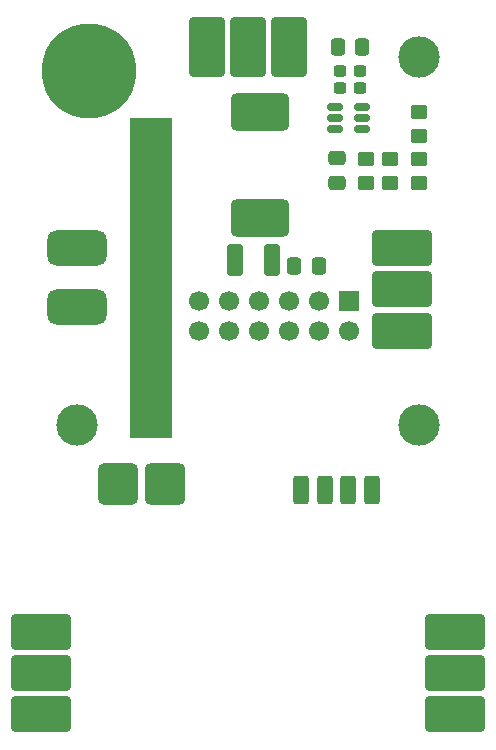
<source format=gbr>
%TF.GenerationSoftware,KiCad,Pcbnew,9.0.6*%
%TF.CreationDate,2025-11-04T19:27:02-06:00*%
%TF.ProjectId,PD_Board_v3,50445f42-6f61-4726-945f-76332e6b6963,rev?*%
%TF.SameCoordinates,Original*%
%TF.FileFunction,Soldermask,Top*%
%TF.FilePolarity,Negative*%
%FSLAX46Y46*%
G04 Gerber Fmt 4.6, Leading zero omitted, Abs format (unit mm)*
G04 Created by KiCad (PCBNEW 9.0.6) date 2025-11-04 19:27:02*
%MOMM*%
%LPD*%
G01*
G04 APERTURE LIST*
G04 Aperture macros list*
%AMRoundRect*
0 Rectangle with rounded corners*
0 $1 Rounding radius*
0 $2 $3 $4 $5 $6 $7 $8 $9 X,Y pos of 4 corners*
0 Add a 4 corners polygon primitive as box body*
4,1,4,$2,$3,$4,$5,$6,$7,$8,$9,$2,$3,0*
0 Add four circle primitives for the rounded corners*
1,1,$1+$1,$2,$3*
1,1,$1+$1,$4,$5*
1,1,$1+$1,$6,$7*
1,1,$1+$1,$8,$9*
0 Add four rect primitives between the rounded corners*
20,1,$1+$1,$2,$3,$4,$5,0*
20,1,$1+$1,$4,$5,$6,$7,0*
20,1,$1+$1,$6,$7,$8,$9,0*
20,1,$1+$1,$8,$9,$2,$3,0*%
G04 Aperture macros list end*
%ADD10C,0.100000*%
%ADD11RoundRect,0.250000X-0.450000X0.350000X-0.450000X-0.350000X0.450000X-0.350000X0.450000X0.350000X0*%
%ADD12RoundRect,0.511413X-1.193298X-1.239257X1.193298X-1.239257X1.193298X1.239257X-1.193298X1.239257X0*%
%ADD13RoundRect,0.519917X-1.213138X-1.247688X1.213138X-1.247688X1.213138X1.247688X-1.213138X1.247688X0*%
%ADD14RoundRect,0.197827X-0.461597X-0.989841X0.461597X-0.989841X0.461597X0.989841X-0.461597X0.989841X0*%
%ADD15RoundRect,0.250000X-2.250000X-1.250000X2.250000X-1.250000X2.250000X1.250000X-2.250000X1.250000X0*%
%ADD16C,3.500000*%
%ADD17RoundRect,0.237500X-0.300000X-0.237500X0.300000X-0.237500X0.300000X0.237500X-0.300000X0.237500X0*%
%ADD18RoundRect,0.250000X-0.337500X-0.475000X0.337500X-0.475000X0.337500X0.475000X-0.337500X0.475000X0*%
%ADD19RoundRect,0.150000X-0.512500X-0.150000X0.512500X-0.150000X0.512500X0.150000X-0.512500X0.150000X0*%
%ADD20R,1.700000X1.700000*%
%ADD21C,1.700000*%
%ADD22RoundRect,0.250000X0.475000X-0.337500X0.475000X0.337500X-0.475000X0.337500X-0.475000X-0.337500X0*%
%ADD23RoundRect,0.750000X-1.750000X-0.750000X1.750000X-0.750000X1.750000X0.750000X-1.750000X0.750000X0*%
%ADD24RoundRect,0.250000X1.250000X-2.250000X1.250000X2.250000X-1.250000X2.250000X-1.250000X-2.250000X0*%
%ADD25RoundRect,0.250000X0.412500X1.100000X-0.412500X1.100000X-0.412500X-1.100000X0.412500X-1.100000X0*%
%ADD26C,8.000000*%
%ADD27RoundRect,0.477900X-1.998600X1.115100X-1.998600X-1.115100X1.998600X-1.115100X1.998600X1.115100X0*%
%ADD28RoundRect,0.250000X0.450000X-0.350000X0.450000X0.350000X-0.450000X0.350000X-0.450000X-0.350000X0*%
G04 APERTURE END LIST*
D10*
X133500000Y-57000000D02*
X137000000Y-57000000D01*
X137000000Y-84000000D01*
X133500000Y-84000000D01*
X133500000Y-57000000D01*
G36*
X133500000Y-57000000D02*
G01*
X137000000Y-57000000D01*
X137000000Y-84000000D01*
X133500000Y-84000000D01*
X133500000Y-57000000D01*
G37*
D11*
%TO.C,R3*%
X158000000Y-60500000D03*
X158000000Y-62500000D03*
%TD*%
D12*
%TO.C,E1*%
X132500000Y-88000000D03*
D13*
X136500000Y-88000000D03*
D14*
X148000000Y-88500000D03*
X150000000Y-88500000D03*
X152000000Y-88500000D03*
X154000000Y-88500000D03*
D15*
X126000000Y-100500000D03*
X126000000Y-104000000D03*
X126000000Y-107500000D03*
X161000000Y-100500000D03*
X161000000Y-104000000D03*
X161000000Y-107500000D03*
%TD*%
%TO.C,J7*%
X156500000Y-68000000D03*
X156500000Y-71500000D03*
X156500000Y-75000000D03*
%TD*%
D16*
%TO.C,H3*%
X158000000Y-83000000D03*
%TD*%
%TO.C,H1*%
X158000000Y-51797400D03*
%TD*%
D17*
%TO.C,C2*%
X151275000Y-53000000D03*
X153000000Y-53000000D03*
%TD*%
D11*
%TO.C,R1*%
X158000000Y-56500000D03*
X158000000Y-58500000D03*
%TD*%
D18*
%TO.C,C5*%
X147425000Y-69500000D03*
X149500000Y-69500000D03*
%TD*%
D19*
%TO.C,U1*%
X150862500Y-56050000D03*
X150862500Y-57000000D03*
X150862500Y-57950000D03*
X153137500Y-57950000D03*
X153137500Y-57000000D03*
X153137500Y-56050000D03*
%TD*%
D20*
%TO.C,J5*%
X152040000Y-72500000D03*
D21*
X149500000Y-72500000D03*
X146960000Y-72500000D03*
X144420000Y-72500000D03*
X141880000Y-72500000D03*
X139340000Y-72500000D03*
X152040000Y-75040000D03*
X149500000Y-75040000D03*
X146960000Y-75040000D03*
X144420000Y-75040000D03*
X141880000Y-75040000D03*
X139340000Y-75040000D03*
%TD*%
D22*
%TO.C,C1*%
X151000000Y-62500000D03*
X151000000Y-60425000D03*
%TD*%
D17*
%TO.C,C6*%
X151275000Y-54500000D03*
X153000000Y-54500000D03*
%TD*%
D23*
%TO.C,J2*%
X129000000Y-68000000D03*
X129000000Y-73000000D03*
%TD*%
D18*
%TO.C,C3*%
X151100000Y-51020000D03*
X153175000Y-51020000D03*
%TD*%
D24*
%TO.C,J1*%
X140000000Y-51000000D03*
X143500000Y-51000000D03*
X147000000Y-51000000D03*
%TD*%
D16*
%TO.C,H4*%
X129000000Y-83000000D03*
%TD*%
D25*
%TO.C,C4*%
X145500000Y-69000000D03*
X142375000Y-69000000D03*
%TD*%
D26*
%TO.C,J3*%
X130000000Y-53000000D03*
%TD*%
D27*
%TO.C,L1*%
X144500000Y-56472000D03*
X144500000Y-65500000D03*
%TD*%
D28*
%TO.C,R2*%
X153500000Y-62500000D03*
X153500000Y-60500000D03*
%TD*%
D11*
%TO.C,R4*%
X155500000Y-60500000D03*
X155500000Y-62500000D03*
%TD*%
M02*

</source>
